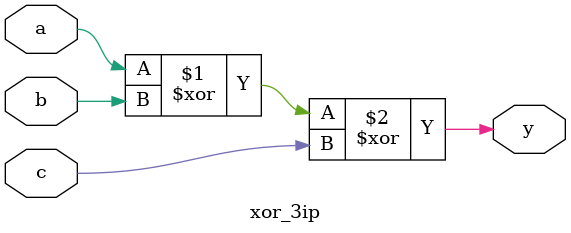
<source format=sv>
module xor_3ip(a,b,c,y);
  input wire a, b, c;
  output wire y;
  
  assign y = a^b^c;
  
endmodule
</source>
